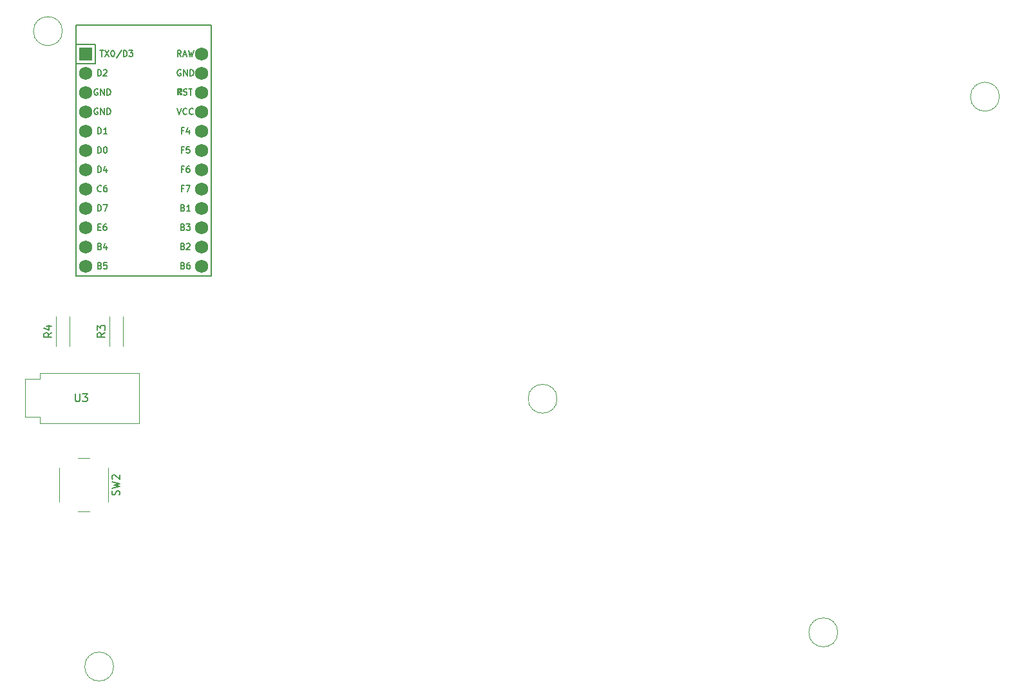
<source format=gbr>
%TF.GenerationSoftware,KiCad,Pcbnew,8.0.6*%
%TF.CreationDate,2025-02-14T20:47:42-05:00*%
%TF.ProjectId,KeyBoard_2nd_half,4b657942-6f61-4726-945f-326e645f6861,rev?*%
%TF.SameCoordinates,Original*%
%TF.FileFunction,Legend,Top*%
%TF.FilePolarity,Positive*%
%FSLAX46Y46*%
G04 Gerber Fmt 4.6, Leading zero omitted, Abs format (unit mm)*
G04 Created by KiCad (PCBNEW 8.0.6) date 2025-02-14 20:47:42*
%MOMM*%
%LPD*%
G01*
G04 APERTURE LIST*
%ADD10C,0.100000*%
%ADD11C,0.150000*%
%ADD12C,0.120000*%
%ADD13C,0.200000*%
%ADD14R,1.752600X1.752600*%
%ADD15C,1.752600*%
G04 APERTURE END LIST*
D10*
X140355850Y-84603226D02*
G75*
G02*
X136555850Y-84603226I-1900000J0D01*
G01*
X136555850Y-84603226D02*
G75*
G02*
X140355850Y-84603226I1900000J0D01*
G01*
X177255850Y-115353226D02*
G75*
G02*
X173455850Y-115353226I-1900000J0D01*
G01*
X173455850Y-115353226D02*
G75*
G02*
X177255850Y-115353226I1900000J0D01*
G01*
X82055850Y-119853226D02*
G75*
G02*
X78255850Y-119853226I-1900000J0D01*
G01*
X78255850Y-119853226D02*
G75*
G02*
X82055850Y-119853226I1900000J0D01*
G01*
X198505850Y-44853226D02*
G75*
G02*
X194705850Y-44853226I-1900000J0D01*
G01*
X194705850Y-44853226D02*
G75*
G02*
X198505850Y-44853226I1900000J0D01*
G01*
X75318437Y-36226189D02*
G75*
G02*
X71518437Y-36226189I-1900000J0D01*
G01*
X71518437Y-36226189D02*
G75*
G02*
X75318437Y-36226189I1900000J0D01*
G01*
D11*
X73918269Y-75902855D02*
X73442078Y-76236188D01*
X73918269Y-76474283D02*
X72918269Y-76474283D01*
X72918269Y-76474283D02*
X72918269Y-76093331D01*
X72918269Y-76093331D02*
X72965888Y-75998093D01*
X72965888Y-75998093D02*
X73013507Y-75950474D01*
X73013507Y-75950474D02*
X73108745Y-75902855D01*
X73108745Y-75902855D02*
X73251602Y-75902855D01*
X73251602Y-75902855D02*
X73346840Y-75950474D01*
X73346840Y-75950474D02*
X73394459Y-75998093D01*
X73394459Y-75998093D02*
X73442078Y-76093331D01*
X73442078Y-76093331D02*
X73442078Y-76474283D01*
X73251602Y-75045712D02*
X73918269Y-75045712D01*
X72870650Y-75283807D02*
X73584935Y-75521902D01*
X73584935Y-75521902D02*
X73584935Y-74902855D01*
X80928269Y-75912855D02*
X80452078Y-76246188D01*
X80928269Y-76484283D02*
X79928269Y-76484283D01*
X79928269Y-76484283D02*
X79928269Y-76103331D01*
X79928269Y-76103331D02*
X79975888Y-76008093D01*
X79975888Y-76008093D02*
X80023507Y-75960474D01*
X80023507Y-75960474D02*
X80118745Y-75912855D01*
X80118745Y-75912855D02*
X80261602Y-75912855D01*
X80261602Y-75912855D02*
X80356840Y-75960474D01*
X80356840Y-75960474D02*
X80404459Y-76008093D01*
X80404459Y-76008093D02*
X80452078Y-76103331D01*
X80452078Y-76103331D02*
X80452078Y-76484283D01*
X79928269Y-75579521D02*
X79928269Y-74960474D01*
X79928269Y-74960474D02*
X80309221Y-75293807D01*
X80309221Y-75293807D02*
X80309221Y-75150950D01*
X80309221Y-75150950D02*
X80356840Y-75055712D01*
X80356840Y-75055712D02*
X80404459Y-75008093D01*
X80404459Y-75008093D02*
X80499697Y-74960474D01*
X80499697Y-74960474D02*
X80737792Y-74960474D01*
X80737792Y-74960474D02*
X80833030Y-75008093D01*
X80833030Y-75008093D02*
X80880650Y-75055712D01*
X80880650Y-75055712D02*
X80928269Y-75150950D01*
X80928269Y-75150950D02*
X80928269Y-75436664D01*
X80928269Y-75436664D02*
X80880650Y-75531902D01*
X80880650Y-75531902D02*
X80833030Y-75579521D01*
X79985624Y-59888396D02*
X79985624Y-59088396D01*
X79985624Y-59088396D02*
X80176100Y-59088396D01*
X80176100Y-59088396D02*
X80290386Y-59126491D01*
X80290386Y-59126491D02*
X80366576Y-59202681D01*
X80366576Y-59202681D02*
X80404671Y-59278872D01*
X80404671Y-59278872D02*
X80442767Y-59431253D01*
X80442767Y-59431253D02*
X80442767Y-59545539D01*
X80442767Y-59545539D02*
X80404671Y-59697920D01*
X80404671Y-59697920D02*
X80366576Y-59774110D01*
X80366576Y-59774110D02*
X80290386Y-59850301D01*
X80290386Y-59850301D02*
X80176100Y-59888396D01*
X80176100Y-59888396D02*
X79985624Y-59888396D01*
X80709433Y-59088396D02*
X81242767Y-59088396D01*
X81242767Y-59088396D02*
X80899909Y-59888396D01*
X80252290Y-67089348D02*
X80366576Y-67127443D01*
X80366576Y-67127443D02*
X80404671Y-67165539D01*
X80404671Y-67165539D02*
X80442767Y-67241729D01*
X80442767Y-67241729D02*
X80442767Y-67356015D01*
X80442767Y-67356015D02*
X80404671Y-67432205D01*
X80404671Y-67432205D02*
X80366576Y-67470301D01*
X80366576Y-67470301D02*
X80290386Y-67508396D01*
X80290386Y-67508396D02*
X79985624Y-67508396D01*
X79985624Y-67508396D02*
X79985624Y-66708396D01*
X79985624Y-66708396D02*
X80252290Y-66708396D01*
X80252290Y-66708396D02*
X80328481Y-66746491D01*
X80328481Y-66746491D02*
X80366576Y-66784586D01*
X80366576Y-66784586D02*
X80404671Y-66860777D01*
X80404671Y-66860777D02*
X80404671Y-66936967D01*
X80404671Y-66936967D02*
X80366576Y-67013158D01*
X80366576Y-67013158D02*
X80328481Y-67051253D01*
X80328481Y-67051253D02*
X80252290Y-67089348D01*
X80252290Y-67089348D02*
X79985624Y-67089348D01*
X81166576Y-66708396D02*
X80785624Y-66708396D01*
X80785624Y-66708396D02*
X80747528Y-67089348D01*
X80747528Y-67089348D02*
X80785624Y-67051253D01*
X80785624Y-67051253D02*
X80861814Y-67013158D01*
X80861814Y-67013158D02*
X81052290Y-67013158D01*
X81052290Y-67013158D02*
X81128481Y-67051253D01*
X81128481Y-67051253D02*
X81166576Y-67089348D01*
X81166576Y-67089348D02*
X81204671Y-67165539D01*
X81204671Y-67165539D02*
X81204671Y-67356015D01*
X81204671Y-67356015D02*
X81166576Y-67432205D01*
X81166576Y-67432205D02*
X81128481Y-67470301D01*
X81128481Y-67470301D02*
X81052290Y-67508396D01*
X81052290Y-67508396D02*
X80861814Y-67508396D01*
X80861814Y-67508396D02*
X80785624Y-67470301D01*
X80785624Y-67470301D02*
X80747528Y-67432205D01*
X91174290Y-62009348D02*
X91288576Y-62047443D01*
X91288576Y-62047443D02*
X91326671Y-62085539D01*
X91326671Y-62085539D02*
X91364767Y-62161729D01*
X91364767Y-62161729D02*
X91364767Y-62276015D01*
X91364767Y-62276015D02*
X91326671Y-62352205D01*
X91326671Y-62352205D02*
X91288576Y-62390301D01*
X91288576Y-62390301D02*
X91212386Y-62428396D01*
X91212386Y-62428396D02*
X90907624Y-62428396D01*
X90907624Y-62428396D02*
X90907624Y-61628396D01*
X90907624Y-61628396D02*
X91174290Y-61628396D01*
X91174290Y-61628396D02*
X91250481Y-61666491D01*
X91250481Y-61666491D02*
X91288576Y-61704586D01*
X91288576Y-61704586D02*
X91326671Y-61780777D01*
X91326671Y-61780777D02*
X91326671Y-61856967D01*
X91326671Y-61856967D02*
X91288576Y-61933158D01*
X91288576Y-61933158D02*
X91250481Y-61971253D01*
X91250481Y-61971253D02*
X91174290Y-62009348D01*
X91174290Y-62009348D02*
X90907624Y-62009348D01*
X91631433Y-61628396D02*
X92126671Y-61628396D01*
X92126671Y-61628396D02*
X91860005Y-61933158D01*
X91860005Y-61933158D02*
X91974290Y-61933158D01*
X91974290Y-61933158D02*
X92050481Y-61971253D01*
X92050481Y-61971253D02*
X92088576Y-62009348D01*
X92088576Y-62009348D02*
X92126671Y-62085539D01*
X92126671Y-62085539D02*
X92126671Y-62276015D01*
X92126671Y-62276015D02*
X92088576Y-62352205D01*
X92088576Y-62352205D02*
X92050481Y-62390301D01*
X92050481Y-62390301D02*
X91974290Y-62428396D01*
X91974290Y-62428396D02*
X91745719Y-62428396D01*
X91745719Y-62428396D02*
X91669528Y-62390301D01*
X91669528Y-62390301D02*
X91631433Y-62352205D01*
X90888576Y-41346491D02*
X90812386Y-41308396D01*
X90812386Y-41308396D02*
X90698100Y-41308396D01*
X90698100Y-41308396D02*
X90583814Y-41346491D01*
X90583814Y-41346491D02*
X90507624Y-41422681D01*
X90507624Y-41422681D02*
X90469529Y-41498872D01*
X90469529Y-41498872D02*
X90431433Y-41651253D01*
X90431433Y-41651253D02*
X90431433Y-41765539D01*
X90431433Y-41765539D02*
X90469529Y-41917920D01*
X90469529Y-41917920D02*
X90507624Y-41994110D01*
X90507624Y-41994110D02*
X90583814Y-42070301D01*
X90583814Y-42070301D02*
X90698100Y-42108396D01*
X90698100Y-42108396D02*
X90774291Y-42108396D01*
X90774291Y-42108396D02*
X90888576Y-42070301D01*
X90888576Y-42070301D02*
X90926672Y-42032205D01*
X90926672Y-42032205D02*
X90926672Y-41765539D01*
X90926672Y-41765539D02*
X90774291Y-41765539D01*
X91269529Y-42108396D02*
X91269529Y-41308396D01*
X91269529Y-41308396D02*
X91726672Y-42108396D01*
X91726672Y-42108396D02*
X91726672Y-41308396D01*
X92107624Y-42108396D02*
X92107624Y-41308396D01*
X92107624Y-41308396D02*
X92298100Y-41308396D01*
X92298100Y-41308396D02*
X92412386Y-41346491D01*
X92412386Y-41346491D02*
X92488576Y-41422681D01*
X92488576Y-41422681D02*
X92526671Y-41498872D01*
X92526671Y-41498872D02*
X92564767Y-41651253D01*
X92564767Y-41651253D02*
X92564767Y-41765539D01*
X92564767Y-41765539D02*
X92526671Y-41917920D01*
X92526671Y-41917920D02*
X92488576Y-41994110D01*
X92488576Y-41994110D02*
X92412386Y-42070301D01*
X92412386Y-42070301D02*
X92298100Y-42108396D01*
X92298100Y-42108396D02*
X92107624Y-42108396D01*
X91236886Y-44580301D02*
X91351172Y-44618396D01*
X91351172Y-44618396D02*
X91541648Y-44618396D01*
X91541648Y-44618396D02*
X91617839Y-44580301D01*
X91617839Y-44580301D02*
X91655934Y-44542205D01*
X91655934Y-44542205D02*
X91694029Y-44466015D01*
X91694029Y-44466015D02*
X91694029Y-44389824D01*
X91694029Y-44389824D02*
X91655934Y-44313634D01*
X91655934Y-44313634D02*
X91617839Y-44275539D01*
X91617839Y-44275539D02*
X91541648Y-44237443D01*
X91541648Y-44237443D02*
X91389267Y-44199348D01*
X91389267Y-44199348D02*
X91313077Y-44161253D01*
X91313077Y-44161253D02*
X91274982Y-44123158D01*
X91274982Y-44123158D02*
X91236886Y-44046967D01*
X91236886Y-44046967D02*
X91236886Y-43970777D01*
X91236886Y-43970777D02*
X91274982Y-43894586D01*
X91274982Y-43894586D02*
X91313077Y-43856491D01*
X91313077Y-43856491D02*
X91389267Y-43818396D01*
X91389267Y-43818396D02*
X91579744Y-43818396D01*
X91579744Y-43818396D02*
X91694029Y-43856491D01*
X91922601Y-43818396D02*
X92379744Y-43818396D01*
X92151172Y-44618396D02*
X92151172Y-43818396D01*
X91174290Y-64549348D02*
X91288576Y-64587443D01*
X91288576Y-64587443D02*
X91326671Y-64625539D01*
X91326671Y-64625539D02*
X91364767Y-64701729D01*
X91364767Y-64701729D02*
X91364767Y-64816015D01*
X91364767Y-64816015D02*
X91326671Y-64892205D01*
X91326671Y-64892205D02*
X91288576Y-64930301D01*
X91288576Y-64930301D02*
X91212386Y-64968396D01*
X91212386Y-64968396D02*
X90907624Y-64968396D01*
X90907624Y-64968396D02*
X90907624Y-64168396D01*
X90907624Y-64168396D02*
X91174290Y-64168396D01*
X91174290Y-64168396D02*
X91250481Y-64206491D01*
X91250481Y-64206491D02*
X91288576Y-64244586D01*
X91288576Y-64244586D02*
X91326671Y-64320777D01*
X91326671Y-64320777D02*
X91326671Y-64396967D01*
X91326671Y-64396967D02*
X91288576Y-64473158D01*
X91288576Y-64473158D02*
X91250481Y-64511253D01*
X91250481Y-64511253D02*
X91174290Y-64549348D01*
X91174290Y-64549348D02*
X90907624Y-64549348D01*
X91669528Y-64244586D02*
X91707624Y-64206491D01*
X91707624Y-64206491D02*
X91783814Y-64168396D01*
X91783814Y-64168396D02*
X91974290Y-64168396D01*
X91974290Y-64168396D02*
X92050481Y-64206491D01*
X92050481Y-64206491D02*
X92088576Y-64244586D01*
X92088576Y-64244586D02*
X92126671Y-64320777D01*
X92126671Y-64320777D02*
X92126671Y-64396967D01*
X92126671Y-64396967D02*
X92088576Y-64511253D01*
X92088576Y-64511253D02*
X91631433Y-64968396D01*
X91631433Y-64968396D02*
X92126671Y-64968396D01*
X91174290Y-59469348D02*
X91288576Y-59507443D01*
X91288576Y-59507443D02*
X91326671Y-59545539D01*
X91326671Y-59545539D02*
X91364767Y-59621729D01*
X91364767Y-59621729D02*
X91364767Y-59736015D01*
X91364767Y-59736015D02*
X91326671Y-59812205D01*
X91326671Y-59812205D02*
X91288576Y-59850301D01*
X91288576Y-59850301D02*
X91212386Y-59888396D01*
X91212386Y-59888396D02*
X90907624Y-59888396D01*
X90907624Y-59888396D02*
X90907624Y-59088396D01*
X90907624Y-59088396D02*
X91174290Y-59088396D01*
X91174290Y-59088396D02*
X91250481Y-59126491D01*
X91250481Y-59126491D02*
X91288576Y-59164586D01*
X91288576Y-59164586D02*
X91326671Y-59240777D01*
X91326671Y-59240777D02*
X91326671Y-59316967D01*
X91326671Y-59316967D02*
X91288576Y-59393158D01*
X91288576Y-59393158D02*
X91250481Y-59431253D01*
X91250481Y-59431253D02*
X91174290Y-59469348D01*
X91174290Y-59469348D02*
X90907624Y-59469348D01*
X92126671Y-59888396D02*
X91669528Y-59888396D01*
X91898100Y-59888396D02*
X91898100Y-59088396D01*
X91898100Y-59088396D02*
X91821909Y-59202681D01*
X91821909Y-59202681D02*
X91745719Y-59278872D01*
X91745719Y-59278872D02*
X91669528Y-59316967D01*
X91231433Y-49309348D02*
X90964767Y-49309348D01*
X90964767Y-49728396D02*
X90964767Y-48928396D01*
X90964767Y-48928396D02*
X91345719Y-48928396D01*
X91993338Y-49195062D02*
X91993338Y-49728396D01*
X91802862Y-48890301D02*
X91612385Y-49461729D01*
X91612385Y-49461729D02*
X92107624Y-49461729D01*
X80274751Y-38768396D02*
X80731894Y-38768396D01*
X80503322Y-39568396D02*
X80503322Y-38768396D01*
X80922370Y-38768396D02*
X81455704Y-39568396D01*
X81455704Y-38768396D02*
X80922370Y-39568396D01*
X81912847Y-38768396D02*
X81989037Y-38768396D01*
X81989037Y-38768396D02*
X82065228Y-38806491D01*
X82065228Y-38806491D02*
X82103323Y-38844586D01*
X82103323Y-38844586D02*
X82141418Y-38920777D01*
X82141418Y-38920777D02*
X82179513Y-39073158D01*
X82179513Y-39073158D02*
X82179513Y-39263634D01*
X82179513Y-39263634D02*
X82141418Y-39416015D01*
X82141418Y-39416015D02*
X82103323Y-39492205D01*
X82103323Y-39492205D02*
X82065228Y-39530301D01*
X82065228Y-39530301D02*
X81989037Y-39568396D01*
X81989037Y-39568396D02*
X81912847Y-39568396D01*
X81912847Y-39568396D02*
X81836656Y-39530301D01*
X81836656Y-39530301D02*
X81798561Y-39492205D01*
X81798561Y-39492205D02*
X81760466Y-39416015D01*
X81760466Y-39416015D02*
X81722370Y-39263634D01*
X81722370Y-39263634D02*
X81722370Y-39073158D01*
X81722370Y-39073158D02*
X81760466Y-38920777D01*
X81760466Y-38920777D02*
X81798561Y-38844586D01*
X81798561Y-38844586D02*
X81836656Y-38806491D01*
X81836656Y-38806491D02*
X81912847Y-38768396D01*
X83093799Y-38730301D02*
X82408085Y-39758872D01*
X83360466Y-39568396D02*
X83360466Y-38768396D01*
X83360466Y-38768396D02*
X83550942Y-38768396D01*
X83550942Y-38768396D02*
X83665228Y-38806491D01*
X83665228Y-38806491D02*
X83741418Y-38882681D01*
X83741418Y-38882681D02*
X83779513Y-38958872D01*
X83779513Y-38958872D02*
X83817609Y-39111253D01*
X83817609Y-39111253D02*
X83817609Y-39225539D01*
X83817609Y-39225539D02*
X83779513Y-39377920D01*
X83779513Y-39377920D02*
X83741418Y-39454110D01*
X83741418Y-39454110D02*
X83665228Y-39530301D01*
X83665228Y-39530301D02*
X83550942Y-39568396D01*
X83550942Y-39568396D02*
X83360466Y-39568396D01*
X84084275Y-38768396D02*
X84579513Y-38768396D01*
X84579513Y-38768396D02*
X84312847Y-39073158D01*
X84312847Y-39073158D02*
X84427132Y-39073158D01*
X84427132Y-39073158D02*
X84503323Y-39111253D01*
X84503323Y-39111253D02*
X84541418Y-39149348D01*
X84541418Y-39149348D02*
X84579513Y-39225539D01*
X84579513Y-39225539D02*
X84579513Y-39416015D01*
X84579513Y-39416015D02*
X84541418Y-39492205D01*
X84541418Y-39492205D02*
X84503323Y-39530301D01*
X84503323Y-39530301D02*
X84427132Y-39568396D01*
X84427132Y-39568396D02*
X84198561Y-39568396D01*
X84198561Y-39568396D02*
X84122370Y-39530301D01*
X84122370Y-39530301D02*
X84084275Y-39492205D01*
X91231433Y-54389348D02*
X90964767Y-54389348D01*
X90964767Y-54808396D02*
X90964767Y-54008396D01*
X90964767Y-54008396D02*
X91345719Y-54008396D01*
X91993338Y-54008396D02*
X91840957Y-54008396D01*
X91840957Y-54008396D02*
X91764766Y-54046491D01*
X91764766Y-54046491D02*
X91726671Y-54084586D01*
X91726671Y-54084586D02*
X91650481Y-54198872D01*
X91650481Y-54198872D02*
X91612385Y-54351253D01*
X91612385Y-54351253D02*
X91612385Y-54656015D01*
X91612385Y-54656015D02*
X91650481Y-54732205D01*
X91650481Y-54732205D02*
X91688576Y-54770301D01*
X91688576Y-54770301D02*
X91764766Y-54808396D01*
X91764766Y-54808396D02*
X91917147Y-54808396D01*
X91917147Y-54808396D02*
X91993338Y-54770301D01*
X91993338Y-54770301D02*
X92031433Y-54732205D01*
X92031433Y-54732205D02*
X92069528Y-54656015D01*
X92069528Y-54656015D02*
X92069528Y-54465539D01*
X92069528Y-54465539D02*
X92031433Y-54389348D01*
X92031433Y-54389348D02*
X91993338Y-54351253D01*
X91993338Y-54351253D02*
X91917147Y-54313158D01*
X91917147Y-54313158D02*
X91764766Y-54313158D01*
X91764766Y-54313158D02*
X91688576Y-54351253D01*
X91688576Y-54351253D02*
X91650481Y-54389348D01*
X91650481Y-54389348D02*
X91612385Y-54465539D01*
X79966576Y-43886491D02*
X79890386Y-43848396D01*
X79890386Y-43848396D02*
X79776100Y-43848396D01*
X79776100Y-43848396D02*
X79661814Y-43886491D01*
X79661814Y-43886491D02*
X79585624Y-43962681D01*
X79585624Y-43962681D02*
X79547529Y-44038872D01*
X79547529Y-44038872D02*
X79509433Y-44191253D01*
X79509433Y-44191253D02*
X79509433Y-44305539D01*
X79509433Y-44305539D02*
X79547529Y-44457920D01*
X79547529Y-44457920D02*
X79585624Y-44534110D01*
X79585624Y-44534110D02*
X79661814Y-44610301D01*
X79661814Y-44610301D02*
X79776100Y-44648396D01*
X79776100Y-44648396D02*
X79852291Y-44648396D01*
X79852291Y-44648396D02*
X79966576Y-44610301D01*
X79966576Y-44610301D02*
X80004672Y-44572205D01*
X80004672Y-44572205D02*
X80004672Y-44305539D01*
X80004672Y-44305539D02*
X79852291Y-44305539D01*
X80347529Y-44648396D02*
X80347529Y-43848396D01*
X80347529Y-43848396D02*
X80804672Y-44648396D01*
X80804672Y-44648396D02*
X80804672Y-43848396D01*
X81185624Y-44648396D02*
X81185624Y-43848396D01*
X81185624Y-43848396D02*
X81376100Y-43848396D01*
X81376100Y-43848396D02*
X81490386Y-43886491D01*
X81490386Y-43886491D02*
X81566576Y-43962681D01*
X81566576Y-43962681D02*
X81604671Y-44038872D01*
X81604671Y-44038872D02*
X81642767Y-44191253D01*
X81642767Y-44191253D02*
X81642767Y-44305539D01*
X81642767Y-44305539D02*
X81604671Y-44457920D01*
X81604671Y-44457920D02*
X81566576Y-44534110D01*
X81566576Y-44534110D02*
X81490386Y-44610301D01*
X81490386Y-44610301D02*
X81376100Y-44648396D01*
X81376100Y-44648396D02*
X81185624Y-44648396D01*
X90431433Y-46388396D02*
X90698100Y-47188396D01*
X90698100Y-47188396D02*
X90964766Y-46388396D01*
X91688576Y-47112205D02*
X91650480Y-47150301D01*
X91650480Y-47150301D02*
X91536195Y-47188396D01*
X91536195Y-47188396D02*
X91460004Y-47188396D01*
X91460004Y-47188396D02*
X91345718Y-47150301D01*
X91345718Y-47150301D02*
X91269528Y-47074110D01*
X91269528Y-47074110D02*
X91231433Y-46997920D01*
X91231433Y-46997920D02*
X91193337Y-46845539D01*
X91193337Y-46845539D02*
X91193337Y-46731253D01*
X91193337Y-46731253D02*
X91231433Y-46578872D01*
X91231433Y-46578872D02*
X91269528Y-46502681D01*
X91269528Y-46502681D02*
X91345718Y-46426491D01*
X91345718Y-46426491D02*
X91460004Y-46388396D01*
X91460004Y-46388396D02*
X91536195Y-46388396D01*
X91536195Y-46388396D02*
X91650480Y-46426491D01*
X91650480Y-46426491D02*
X91688576Y-46464586D01*
X92488576Y-47112205D02*
X92450480Y-47150301D01*
X92450480Y-47150301D02*
X92336195Y-47188396D01*
X92336195Y-47188396D02*
X92260004Y-47188396D01*
X92260004Y-47188396D02*
X92145718Y-47150301D01*
X92145718Y-47150301D02*
X92069528Y-47074110D01*
X92069528Y-47074110D02*
X92031433Y-46997920D01*
X92031433Y-46997920D02*
X91993337Y-46845539D01*
X91993337Y-46845539D02*
X91993337Y-46731253D01*
X91993337Y-46731253D02*
X92031433Y-46578872D01*
X92031433Y-46578872D02*
X92069528Y-46502681D01*
X92069528Y-46502681D02*
X92145718Y-46426491D01*
X92145718Y-46426491D02*
X92260004Y-46388396D01*
X92260004Y-46388396D02*
X92336195Y-46388396D01*
X92336195Y-46388396D02*
X92450480Y-46426491D01*
X92450480Y-46426491D02*
X92488576Y-46464586D01*
X91231433Y-51849348D02*
X90964767Y-51849348D01*
X90964767Y-52268396D02*
X90964767Y-51468396D01*
X90964767Y-51468396D02*
X91345719Y-51468396D01*
X92031433Y-51468396D02*
X91650481Y-51468396D01*
X91650481Y-51468396D02*
X91612385Y-51849348D01*
X91612385Y-51849348D02*
X91650481Y-51811253D01*
X91650481Y-51811253D02*
X91726671Y-51773158D01*
X91726671Y-51773158D02*
X91917147Y-51773158D01*
X91917147Y-51773158D02*
X91993338Y-51811253D01*
X91993338Y-51811253D02*
X92031433Y-51849348D01*
X92031433Y-51849348D02*
X92069528Y-51925539D01*
X92069528Y-51925539D02*
X92069528Y-52116015D01*
X92069528Y-52116015D02*
X92031433Y-52192205D01*
X92031433Y-52192205D02*
X91993338Y-52230301D01*
X91993338Y-52230301D02*
X91917147Y-52268396D01*
X91917147Y-52268396D02*
X91726671Y-52268396D01*
X91726671Y-52268396D02*
X91650481Y-52230301D01*
X91650481Y-52230301D02*
X91612385Y-52192205D01*
X79985624Y-54808396D02*
X79985624Y-54008396D01*
X79985624Y-54008396D02*
X80176100Y-54008396D01*
X80176100Y-54008396D02*
X80290386Y-54046491D01*
X80290386Y-54046491D02*
X80366576Y-54122681D01*
X80366576Y-54122681D02*
X80404671Y-54198872D01*
X80404671Y-54198872D02*
X80442767Y-54351253D01*
X80442767Y-54351253D02*
X80442767Y-54465539D01*
X80442767Y-54465539D02*
X80404671Y-54617920D01*
X80404671Y-54617920D02*
X80366576Y-54694110D01*
X80366576Y-54694110D02*
X80290386Y-54770301D01*
X80290386Y-54770301D02*
X80176100Y-54808396D01*
X80176100Y-54808396D02*
X79985624Y-54808396D01*
X81128481Y-54275062D02*
X81128481Y-54808396D01*
X80938005Y-53970301D02*
X80747528Y-54541729D01*
X80747528Y-54541729D02*
X81242767Y-54541729D01*
X79985624Y-49728396D02*
X79985624Y-48928396D01*
X79985624Y-48928396D02*
X80176100Y-48928396D01*
X80176100Y-48928396D02*
X80290386Y-48966491D01*
X80290386Y-48966491D02*
X80366576Y-49042681D01*
X80366576Y-49042681D02*
X80404671Y-49118872D01*
X80404671Y-49118872D02*
X80442767Y-49271253D01*
X80442767Y-49271253D02*
X80442767Y-49385539D01*
X80442767Y-49385539D02*
X80404671Y-49537920D01*
X80404671Y-49537920D02*
X80366576Y-49614110D01*
X80366576Y-49614110D02*
X80290386Y-49690301D01*
X80290386Y-49690301D02*
X80176100Y-49728396D01*
X80176100Y-49728396D02*
X79985624Y-49728396D01*
X81204671Y-49728396D02*
X80747528Y-49728396D01*
X80976100Y-49728396D02*
X80976100Y-48928396D01*
X80976100Y-48928396D02*
X80899909Y-49042681D01*
X80899909Y-49042681D02*
X80823719Y-49118872D01*
X80823719Y-49118872D02*
X80747528Y-49156967D01*
X91231433Y-56929348D02*
X90964767Y-56929348D01*
X90964767Y-57348396D02*
X90964767Y-56548396D01*
X90964767Y-56548396D02*
X91345719Y-56548396D01*
X91574290Y-56548396D02*
X92107624Y-56548396D01*
X92107624Y-56548396D02*
X91764766Y-57348396D01*
X91174290Y-67089348D02*
X91288576Y-67127443D01*
X91288576Y-67127443D02*
X91326671Y-67165539D01*
X91326671Y-67165539D02*
X91364767Y-67241729D01*
X91364767Y-67241729D02*
X91364767Y-67356015D01*
X91364767Y-67356015D02*
X91326671Y-67432205D01*
X91326671Y-67432205D02*
X91288576Y-67470301D01*
X91288576Y-67470301D02*
X91212386Y-67508396D01*
X91212386Y-67508396D02*
X90907624Y-67508396D01*
X90907624Y-67508396D02*
X90907624Y-66708396D01*
X90907624Y-66708396D02*
X91174290Y-66708396D01*
X91174290Y-66708396D02*
X91250481Y-66746491D01*
X91250481Y-66746491D02*
X91288576Y-66784586D01*
X91288576Y-66784586D02*
X91326671Y-66860777D01*
X91326671Y-66860777D02*
X91326671Y-66936967D01*
X91326671Y-66936967D02*
X91288576Y-67013158D01*
X91288576Y-67013158D02*
X91250481Y-67051253D01*
X91250481Y-67051253D02*
X91174290Y-67089348D01*
X91174290Y-67089348D02*
X90907624Y-67089348D01*
X92050481Y-66708396D02*
X91898100Y-66708396D01*
X91898100Y-66708396D02*
X91821909Y-66746491D01*
X91821909Y-66746491D02*
X91783814Y-66784586D01*
X91783814Y-66784586D02*
X91707624Y-66898872D01*
X91707624Y-66898872D02*
X91669528Y-67051253D01*
X91669528Y-67051253D02*
X91669528Y-67356015D01*
X91669528Y-67356015D02*
X91707624Y-67432205D01*
X91707624Y-67432205D02*
X91745719Y-67470301D01*
X91745719Y-67470301D02*
X91821909Y-67508396D01*
X91821909Y-67508396D02*
X91974290Y-67508396D01*
X91974290Y-67508396D02*
X92050481Y-67470301D01*
X92050481Y-67470301D02*
X92088576Y-67432205D01*
X92088576Y-67432205D02*
X92126671Y-67356015D01*
X92126671Y-67356015D02*
X92126671Y-67165539D01*
X92126671Y-67165539D02*
X92088576Y-67089348D01*
X92088576Y-67089348D02*
X92050481Y-67051253D01*
X92050481Y-67051253D02*
X91974290Y-67013158D01*
X91974290Y-67013158D02*
X91821909Y-67013158D01*
X91821909Y-67013158D02*
X91745719Y-67051253D01*
X91745719Y-67051253D02*
X91707624Y-67089348D01*
X91707624Y-67089348D02*
X91669528Y-67165539D01*
X79966576Y-46426491D02*
X79890386Y-46388396D01*
X79890386Y-46388396D02*
X79776100Y-46388396D01*
X79776100Y-46388396D02*
X79661814Y-46426491D01*
X79661814Y-46426491D02*
X79585624Y-46502681D01*
X79585624Y-46502681D02*
X79547529Y-46578872D01*
X79547529Y-46578872D02*
X79509433Y-46731253D01*
X79509433Y-46731253D02*
X79509433Y-46845539D01*
X79509433Y-46845539D02*
X79547529Y-46997920D01*
X79547529Y-46997920D02*
X79585624Y-47074110D01*
X79585624Y-47074110D02*
X79661814Y-47150301D01*
X79661814Y-47150301D02*
X79776100Y-47188396D01*
X79776100Y-47188396D02*
X79852291Y-47188396D01*
X79852291Y-47188396D02*
X79966576Y-47150301D01*
X79966576Y-47150301D02*
X80004672Y-47112205D01*
X80004672Y-47112205D02*
X80004672Y-46845539D01*
X80004672Y-46845539D02*
X79852291Y-46845539D01*
X80347529Y-47188396D02*
X80347529Y-46388396D01*
X80347529Y-46388396D02*
X80804672Y-47188396D01*
X80804672Y-47188396D02*
X80804672Y-46388396D01*
X81185624Y-47188396D02*
X81185624Y-46388396D01*
X81185624Y-46388396D02*
X81376100Y-46388396D01*
X81376100Y-46388396D02*
X81490386Y-46426491D01*
X81490386Y-46426491D02*
X81566576Y-46502681D01*
X81566576Y-46502681D02*
X81604671Y-46578872D01*
X81604671Y-46578872D02*
X81642767Y-46731253D01*
X81642767Y-46731253D02*
X81642767Y-46845539D01*
X81642767Y-46845539D02*
X81604671Y-46997920D01*
X81604671Y-46997920D02*
X81566576Y-47074110D01*
X81566576Y-47074110D02*
X81490386Y-47150301D01*
X81490386Y-47150301D02*
X81376100Y-47188396D01*
X81376100Y-47188396D02*
X81185624Y-47188396D01*
X80442767Y-57272205D02*
X80404671Y-57310301D01*
X80404671Y-57310301D02*
X80290386Y-57348396D01*
X80290386Y-57348396D02*
X80214195Y-57348396D01*
X80214195Y-57348396D02*
X80099909Y-57310301D01*
X80099909Y-57310301D02*
X80023719Y-57234110D01*
X80023719Y-57234110D02*
X79985624Y-57157920D01*
X79985624Y-57157920D02*
X79947528Y-57005539D01*
X79947528Y-57005539D02*
X79947528Y-56891253D01*
X79947528Y-56891253D02*
X79985624Y-56738872D01*
X79985624Y-56738872D02*
X80023719Y-56662681D01*
X80023719Y-56662681D02*
X80099909Y-56586491D01*
X80099909Y-56586491D02*
X80214195Y-56548396D01*
X80214195Y-56548396D02*
X80290386Y-56548396D01*
X80290386Y-56548396D02*
X80404671Y-56586491D01*
X80404671Y-56586491D02*
X80442767Y-56624586D01*
X81128481Y-56548396D02*
X80976100Y-56548396D01*
X80976100Y-56548396D02*
X80899909Y-56586491D01*
X80899909Y-56586491D02*
X80861814Y-56624586D01*
X80861814Y-56624586D02*
X80785624Y-56738872D01*
X80785624Y-56738872D02*
X80747528Y-56891253D01*
X80747528Y-56891253D02*
X80747528Y-57196015D01*
X80747528Y-57196015D02*
X80785624Y-57272205D01*
X80785624Y-57272205D02*
X80823719Y-57310301D01*
X80823719Y-57310301D02*
X80899909Y-57348396D01*
X80899909Y-57348396D02*
X81052290Y-57348396D01*
X81052290Y-57348396D02*
X81128481Y-57310301D01*
X81128481Y-57310301D02*
X81166576Y-57272205D01*
X81166576Y-57272205D02*
X81204671Y-57196015D01*
X81204671Y-57196015D02*
X81204671Y-57005539D01*
X81204671Y-57005539D02*
X81166576Y-56929348D01*
X81166576Y-56929348D02*
X81128481Y-56891253D01*
X81128481Y-56891253D02*
X81052290Y-56853158D01*
X81052290Y-56853158D02*
X80899909Y-56853158D01*
X80899909Y-56853158D02*
X80823719Y-56891253D01*
X80823719Y-56891253D02*
X80785624Y-56929348D01*
X80785624Y-56929348D02*
X80747528Y-57005539D01*
X80252290Y-64549348D02*
X80366576Y-64587443D01*
X80366576Y-64587443D02*
X80404671Y-64625539D01*
X80404671Y-64625539D02*
X80442767Y-64701729D01*
X80442767Y-64701729D02*
X80442767Y-64816015D01*
X80442767Y-64816015D02*
X80404671Y-64892205D01*
X80404671Y-64892205D02*
X80366576Y-64930301D01*
X80366576Y-64930301D02*
X80290386Y-64968396D01*
X80290386Y-64968396D02*
X79985624Y-64968396D01*
X79985624Y-64968396D02*
X79985624Y-64168396D01*
X79985624Y-64168396D02*
X80252290Y-64168396D01*
X80252290Y-64168396D02*
X80328481Y-64206491D01*
X80328481Y-64206491D02*
X80366576Y-64244586D01*
X80366576Y-64244586D02*
X80404671Y-64320777D01*
X80404671Y-64320777D02*
X80404671Y-64396967D01*
X80404671Y-64396967D02*
X80366576Y-64473158D01*
X80366576Y-64473158D02*
X80328481Y-64511253D01*
X80328481Y-64511253D02*
X80252290Y-64549348D01*
X80252290Y-64549348D02*
X79985624Y-64549348D01*
X81128481Y-64435062D02*
X81128481Y-64968396D01*
X80938005Y-64130301D02*
X80747528Y-64701729D01*
X80747528Y-64701729D02*
X81242767Y-64701729D01*
X90945719Y-39568396D02*
X90679052Y-39187443D01*
X90488576Y-39568396D02*
X90488576Y-38768396D01*
X90488576Y-38768396D02*
X90793338Y-38768396D01*
X90793338Y-38768396D02*
X90869528Y-38806491D01*
X90869528Y-38806491D02*
X90907623Y-38844586D01*
X90907623Y-38844586D02*
X90945719Y-38920777D01*
X90945719Y-38920777D02*
X90945719Y-39035062D01*
X90945719Y-39035062D02*
X90907623Y-39111253D01*
X90907623Y-39111253D02*
X90869528Y-39149348D01*
X90869528Y-39149348D02*
X90793338Y-39187443D01*
X90793338Y-39187443D02*
X90488576Y-39187443D01*
X91250480Y-39339824D02*
X91631433Y-39339824D01*
X91174290Y-39568396D02*
X91440957Y-38768396D01*
X91440957Y-38768396D02*
X91707623Y-39568396D01*
X91898099Y-38768396D02*
X92088575Y-39568396D01*
X92088575Y-39568396D02*
X92240956Y-38996967D01*
X92240956Y-38996967D02*
X92393337Y-39568396D01*
X92393337Y-39568396D02*
X92583814Y-38768396D01*
X79985624Y-42108396D02*
X79985624Y-41308396D01*
X79985624Y-41308396D02*
X80176100Y-41308396D01*
X80176100Y-41308396D02*
X80290386Y-41346491D01*
X80290386Y-41346491D02*
X80366576Y-41422681D01*
X80366576Y-41422681D02*
X80404671Y-41498872D01*
X80404671Y-41498872D02*
X80442767Y-41651253D01*
X80442767Y-41651253D02*
X80442767Y-41765539D01*
X80442767Y-41765539D02*
X80404671Y-41917920D01*
X80404671Y-41917920D02*
X80366576Y-41994110D01*
X80366576Y-41994110D02*
X80290386Y-42070301D01*
X80290386Y-42070301D02*
X80176100Y-42108396D01*
X80176100Y-42108396D02*
X79985624Y-42108396D01*
X80747528Y-41384586D02*
X80785624Y-41346491D01*
X80785624Y-41346491D02*
X80861814Y-41308396D01*
X80861814Y-41308396D02*
X81052290Y-41308396D01*
X81052290Y-41308396D02*
X81128481Y-41346491D01*
X81128481Y-41346491D02*
X81166576Y-41384586D01*
X81166576Y-41384586D02*
X81204671Y-41460777D01*
X81204671Y-41460777D02*
X81204671Y-41536967D01*
X81204671Y-41536967D02*
X81166576Y-41651253D01*
X81166576Y-41651253D02*
X80709433Y-42108396D01*
X80709433Y-42108396D02*
X81204671Y-42108396D01*
X80023719Y-62009348D02*
X80290385Y-62009348D01*
X80404671Y-62428396D02*
X80023719Y-62428396D01*
X80023719Y-62428396D02*
X80023719Y-61628396D01*
X80023719Y-61628396D02*
X80404671Y-61628396D01*
X81090386Y-61628396D02*
X80938005Y-61628396D01*
X80938005Y-61628396D02*
X80861814Y-61666491D01*
X80861814Y-61666491D02*
X80823719Y-61704586D01*
X80823719Y-61704586D02*
X80747529Y-61818872D01*
X80747529Y-61818872D02*
X80709433Y-61971253D01*
X80709433Y-61971253D02*
X80709433Y-62276015D01*
X80709433Y-62276015D02*
X80747529Y-62352205D01*
X80747529Y-62352205D02*
X80785624Y-62390301D01*
X80785624Y-62390301D02*
X80861814Y-62428396D01*
X80861814Y-62428396D02*
X81014195Y-62428396D01*
X81014195Y-62428396D02*
X81090386Y-62390301D01*
X81090386Y-62390301D02*
X81128481Y-62352205D01*
X81128481Y-62352205D02*
X81166576Y-62276015D01*
X81166576Y-62276015D02*
X81166576Y-62085539D01*
X81166576Y-62085539D02*
X81128481Y-62009348D01*
X81128481Y-62009348D02*
X81090386Y-61971253D01*
X81090386Y-61971253D02*
X81014195Y-61933158D01*
X81014195Y-61933158D02*
X80861814Y-61933158D01*
X80861814Y-61933158D02*
X80785624Y-61971253D01*
X80785624Y-61971253D02*
X80747529Y-62009348D01*
X80747529Y-62009348D02*
X80709433Y-62085539D01*
X79985624Y-52268396D02*
X79985624Y-51468396D01*
X79985624Y-51468396D02*
X80176100Y-51468396D01*
X80176100Y-51468396D02*
X80290386Y-51506491D01*
X80290386Y-51506491D02*
X80366576Y-51582681D01*
X80366576Y-51582681D02*
X80404671Y-51658872D01*
X80404671Y-51658872D02*
X80442767Y-51811253D01*
X80442767Y-51811253D02*
X80442767Y-51925539D01*
X80442767Y-51925539D02*
X80404671Y-52077920D01*
X80404671Y-52077920D02*
X80366576Y-52154110D01*
X80366576Y-52154110D02*
X80290386Y-52230301D01*
X80290386Y-52230301D02*
X80176100Y-52268396D01*
X80176100Y-52268396D02*
X79985624Y-52268396D01*
X80938005Y-51468396D02*
X81014195Y-51468396D01*
X81014195Y-51468396D02*
X81090386Y-51506491D01*
X81090386Y-51506491D02*
X81128481Y-51544586D01*
X81128481Y-51544586D02*
X81166576Y-51620777D01*
X81166576Y-51620777D02*
X81204671Y-51773158D01*
X81204671Y-51773158D02*
X81204671Y-51963634D01*
X81204671Y-51963634D02*
X81166576Y-52116015D01*
X81166576Y-52116015D02*
X81128481Y-52192205D01*
X81128481Y-52192205D02*
X81090386Y-52230301D01*
X81090386Y-52230301D02*
X81014195Y-52268396D01*
X81014195Y-52268396D02*
X80938005Y-52268396D01*
X80938005Y-52268396D02*
X80861814Y-52230301D01*
X80861814Y-52230301D02*
X80823719Y-52192205D01*
X80823719Y-52192205D02*
X80785624Y-52116015D01*
X80785624Y-52116015D02*
X80747528Y-51963634D01*
X80747528Y-51963634D02*
X80747528Y-51773158D01*
X80747528Y-51773158D02*
X80785624Y-51620777D01*
X80785624Y-51620777D02*
X80823719Y-51544586D01*
X80823719Y-51544586D02*
X80861814Y-51506491D01*
X80861814Y-51506491D02*
X80938005Y-51468396D01*
X82785650Y-97279521D02*
X82833269Y-97136664D01*
X82833269Y-97136664D02*
X82833269Y-96898569D01*
X82833269Y-96898569D02*
X82785650Y-96803331D01*
X82785650Y-96803331D02*
X82738030Y-96755712D01*
X82738030Y-96755712D02*
X82642792Y-96708093D01*
X82642792Y-96708093D02*
X82547554Y-96708093D01*
X82547554Y-96708093D02*
X82452316Y-96755712D01*
X82452316Y-96755712D02*
X82404697Y-96803331D01*
X82404697Y-96803331D02*
X82357078Y-96898569D01*
X82357078Y-96898569D02*
X82309459Y-97089045D01*
X82309459Y-97089045D02*
X82261840Y-97184283D01*
X82261840Y-97184283D02*
X82214221Y-97231902D01*
X82214221Y-97231902D02*
X82118983Y-97279521D01*
X82118983Y-97279521D02*
X82023745Y-97279521D01*
X82023745Y-97279521D02*
X81928507Y-97231902D01*
X81928507Y-97231902D02*
X81880888Y-97184283D01*
X81880888Y-97184283D02*
X81833269Y-97089045D01*
X81833269Y-97089045D02*
X81833269Y-96850950D01*
X81833269Y-96850950D02*
X81880888Y-96708093D01*
X81833269Y-96374759D02*
X82833269Y-96136664D01*
X82833269Y-96136664D02*
X82118983Y-95946188D01*
X82118983Y-95946188D02*
X82833269Y-95755712D01*
X82833269Y-95755712D02*
X81833269Y-95517617D01*
X81928507Y-95184283D02*
X81880888Y-95136664D01*
X81880888Y-95136664D02*
X81833269Y-95041426D01*
X81833269Y-95041426D02*
X81833269Y-94803331D01*
X81833269Y-94803331D02*
X81880888Y-94708093D01*
X81880888Y-94708093D02*
X81928507Y-94660474D01*
X81928507Y-94660474D02*
X82023745Y-94612855D01*
X82023745Y-94612855D02*
X82118983Y-94612855D01*
X82118983Y-94612855D02*
X82261840Y-94660474D01*
X82261840Y-94660474D02*
X82833269Y-95231902D01*
X82833269Y-95231902D02*
X82833269Y-94612855D01*
X77031545Y-83984858D02*
X77031545Y-84794381D01*
X77031545Y-84794381D02*
X77079164Y-84889619D01*
X77079164Y-84889619D02*
X77126783Y-84937239D01*
X77126783Y-84937239D02*
X77222021Y-84984858D01*
X77222021Y-84984858D02*
X77412497Y-84984858D01*
X77412497Y-84984858D02*
X77507735Y-84937239D01*
X77507735Y-84937239D02*
X77555354Y-84889619D01*
X77555354Y-84889619D02*
X77602973Y-84794381D01*
X77602973Y-84794381D02*
X77602973Y-83984858D01*
X77983926Y-83984858D02*
X78602973Y-83984858D01*
X78602973Y-83984858D02*
X78269640Y-84365810D01*
X78269640Y-84365810D02*
X78412497Y-84365810D01*
X78412497Y-84365810D02*
X78507735Y-84413429D01*
X78507735Y-84413429D02*
X78555354Y-84461048D01*
X78555354Y-84461048D02*
X78602973Y-84556286D01*
X78602973Y-84556286D02*
X78602973Y-84794381D01*
X78602973Y-84794381D02*
X78555354Y-84889619D01*
X78555354Y-84889619D02*
X78507735Y-84937239D01*
X78507735Y-84937239D02*
X78412497Y-84984858D01*
X78412497Y-84984858D02*
X78126783Y-84984858D01*
X78126783Y-84984858D02*
X78031545Y-84937239D01*
X78031545Y-84937239D02*
X77983926Y-84889619D01*
D12*
%TO.C,R4*%
X74463450Y-77656189D02*
X74463450Y-73816189D01*
X76303450Y-77656189D02*
X76303450Y-73816189D01*
%TO.C,R3*%
X81473450Y-77666189D02*
X81473450Y-73826189D01*
X83313450Y-77666189D02*
X83313450Y-73826189D01*
D13*
%TO.C,U4*%
X77147100Y-35396101D02*
X77147100Y-68416101D01*
X77147100Y-68416101D02*
X94927100Y-68416101D01*
X79687100Y-37936101D02*
X77147100Y-37936101D01*
X79687100Y-37936101D02*
X79687100Y-40476101D01*
X79687100Y-40476101D02*
X77147100Y-40476101D01*
X94927100Y-35396101D02*
X77147100Y-35396101D01*
X94927100Y-68416101D02*
X94927100Y-35396101D01*
D11*
X90568668Y-44615461D02*
X90468668Y-44615461D01*
X90468668Y-43815461D01*
X90568668Y-43815461D01*
X90568668Y-44615461D01*
G36*
X90568668Y-44615461D02*
G01*
X90468668Y-44615461D01*
X90468668Y-43815461D01*
X90568668Y-43815461D01*
X90568668Y-44615461D01*
G37*
X90768668Y-44315461D02*
X90668668Y-44315461D01*
X90668668Y-44215461D01*
X90768668Y-44215461D01*
X90768668Y-44315461D01*
G36*
X90768668Y-44315461D02*
G01*
X90668668Y-44315461D01*
X90668668Y-44215461D01*
X90768668Y-44215461D01*
X90768668Y-44315461D01*
G37*
X90968668Y-43915461D02*
X90468668Y-43915461D01*
X90468668Y-43815461D01*
X90968668Y-43815461D01*
X90968668Y-43915461D01*
G36*
X90968668Y-43915461D02*
G01*
X90468668Y-43915461D01*
X90468668Y-43815461D01*
X90968668Y-43815461D01*
X90968668Y-43915461D01*
G37*
X90968668Y-44115461D02*
X90868668Y-44115461D01*
X90868668Y-43815461D01*
X90968668Y-43815461D01*
X90968668Y-44115461D01*
G36*
X90968668Y-44115461D02*
G01*
X90868668Y-44115461D01*
X90868668Y-43815461D01*
X90968668Y-43815461D01*
X90968668Y-44115461D01*
G37*
X90968668Y-44615461D02*
X90868668Y-44615461D01*
X90868668Y-44415461D01*
X90968668Y-44415461D01*
X90968668Y-44615461D01*
G36*
X90968668Y-44615461D02*
G01*
X90868668Y-44615461D01*
X90868668Y-44415461D01*
X90968668Y-44415461D01*
X90968668Y-44615461D01*
G37*
D12*
%TO.C,SW2*%
X74878450Y-93696189D02*
X74878450Y-98196189D01*
X77378450Y-99446189D02*
X78878450Y-99446189D01*
X78878450Y-92446189D02*
X77378450Y-92446189D01*
X81378450Y-98196189D02*
X81378450Y-93696189D01*
%TO.C,U3*%
X70388450Y-82030039D02*
X72388450Y-82030039D01*
X70388450Y-82330039D02*
X70388450Y-82030039D01*
X70388450Y-82330039D02*
X70388450Y-87030039D01*
X70388450Y-87030039D02*
X72388450Y-87030039D01*
X72388450Y-81230039D02*
X85388450Y-81230039D01*
X72388450Y-82030039D02*
X72388450Y-81230039D01*
X72388450Y-87030039D02*
X72388450Y-87830039D01*
X72388450Y-87830039D02*
X85388450Y-87830039D01*
X85388450Y-81230039D02*
X85388450Y-87830039D01*
%TD*%
D14*
%TO.C,U4*%
X78417100Y-39206101D03*
D15*
X78417100Y-41746101D03*
X78417100Y-44286101D03*
X78417100Y-46826101D03*
X78417100Y-49366101D03*
X78417100Y-51906101D03*
X78417100Y-54446101D03*
X78417100Y-56986101D03*
X78417100Y-59526101D03*
X78417100Y-62066101D03*
X78417100Y-64606101D03*
X78417100Y-67146101D03*
X93657100Y-67146101D03*
X93657100Y-64606101D03*
X93657100Y-62066101D03*
X93657100Y-59526101D03*
X93657100Y-56986101D03*
X93657100Y-54446101D03*
X93657100Y-51906101D03*
X93657100Y-49366101D03*
X93657100Y-46826101D03*
X93657100Y-44286101D03*
X93657100Y-41746101D03*
X93657100Y-39206101D03*
%TD*%
M02*

</source>
